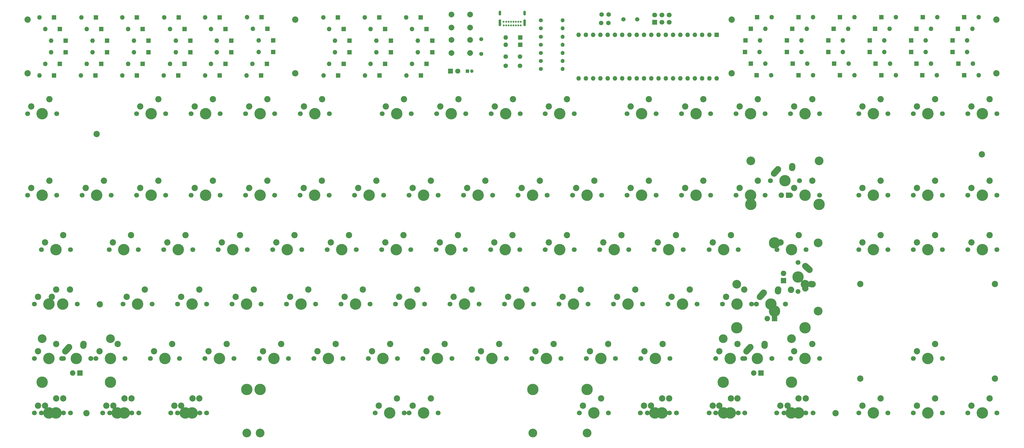
<source format=gbr>
%TF.GenerationSoftware,KiCad,Pcbnew,(5.1.8)-1*%
%TF.CreationDate,2020-12-24T11:03:39+01:00*%
%TF.ProjectId,Atenea,4174656e-6561-42e6-9b69-6361645f7063,1*%
%TF.SameCoordinates,Original*%
%TF.FileFunction,Soldermask,Bot*%
%TF.FilePolarity,Negative*%
%FSLAX46Y46*%
G04 Gerber Fmt 4.6, Leading zero omitted, Abs format (unit mm)*
G04 Created by KiCad (PCBNEW (5.1.8)-1) date 2020-12-24 11:03:39*
%MOMM*%
%LPD*%
G01*
G04 APERTURE LIST*
%ADD10C,3.987800*%
%ADD11C,3.048000*%
%ADD12C,2.250000*%
%ADD13C,1.701800*%
%ADD14C,1.905000*%
%ADD15R,1.905000X1.905000*%
%ADD16C,1.700000*%
%ADD17C,4.000000*%
%ADD18C,2.200000*%
%ADD19C,1.750000*%
%ADD20C,0.650000*%
%ADD21O,0.900000X2.400000*%
%ADD22O,0.900000X1.700000*%
%ADD23C,1.400000*%
%ADD24O,1.400000X1.400000*%
%ADD25C,1.800000*%
%ADD26R,1.800000X1.800000*%
%ADD27O,1.600000X1.600000*%
%ADD28R,1.600000X1.600000*%
%ADD29C,1.500000*%
%ADD30C,2.000000*%
%ADD31R,1.700000X1.700000*%
%ADD32C,1.600000*%
%ADD33C,1.200000*%
%ADD34R,1.200000X1.200000*%
G04 APERTURE END LIST*
D10*
%TO.C,ENTERISO1*%
X364617000Y-204597000D03*
X364617000Y-228473000D03*
D11*
X379857000Y-204597000D03*
X379857000Y-228473000D03*
D12*
X370372000Y-221035000D03*
X375372000Y-220535000D03*
D13*
X372872000Y-221615000D03*
X372872000Y-211455000D03*
D14*
X367792000Y-215265000D03*
D15*
X367792000Y-217805000D03*
D12*
X376872000Y-214035000D03*
D10*
X372872000Y-216535000D03*
G36*
G01*
X374574650Y-211973688D02*
X374574650Y-211973688D01*
G75*
G02*
X376163312Y-211887650I837350J-751312D01*
G01*
X377623320Y-213197640D01*
G75*
G02*
X377709358Y-214786302I-751312J-837350D01*
G01*
X377709358Y-214786302D01*
G75*
G02*
X376120696Y-214872340I-837350J751312D01*
G01*
X374660688Y-213562350D01*
G75*
G02*
X374574650Y-211973688I751312J837350D01*
G01*
G37*
D12*
X377952000Y-219075000D03*
G36*
G01*
X376249740Y-218956524D02*
X376249666Y-218957601D01*
G75*
G02*
X377449399Y-217912666I1122334J-77399D01*
G01*
X378029399Y-217952664D01*
G75*
G02*
X379074334Y-219152397I-77399J-1122334D01*
G01*
X379074334Y-219152397D01*
G75*
G02*
X377874601Y-220197332I-1122334J77399D01*
G01*
X377294601Y-220157334D01*
G75*
G02*
X376249666Y-218957601I77399J1122334D01*
G01*
G37*
%TD*%
D16*
%TO.C,ALTGRALT1*%
X327914000Y-264160000D03*
X317754000Y-264160000D03*
D17*
X322834000Y-264160000D03*
D18*
X319024000Y-261620000D03*
X325374000Y-259080000D03*
%TD*%
D16*
%TO.C,SCROLL1*%
X423291000Y-159385000D03*
X413131000Y-159385000D03*
D17*
X418211000Y-159385000D03*
D18*
X414401000Y-156845000D03*
X420751000Y-154305000D03*
%TD*%
D10*
%TO.C,SHIFTALT1*%
X370586000Y-253365000D03*
X346710000Y-253365000D03*
D11*
X370586000Y-238125000D03*
X346710000Y-238125000D03*
D19*
X363728000Y-245110000D03*
X353568000Y-245110000D03*
D15*
X359918000Y-250190000D03*
D14*
X357378000Y-250190000D03*
D12*
X356148000Y-241110000D03*
D10*
X358648000Y-245110000D03*
G36*
G01*
X354086688Y-243407350D02*
X354086683Y-243407345D01*
G75*
G02*
X354000655Y-241818683I751317J837345D01*
G01*
X355310657Y-240358683D01*
G75*
G02*
X356899319Y-240272655I837345J-751317D01*
G01*
X356899319Y-240272655D01*
G75*
G02*
X356985347Y-241861317I-751317J-837345D01*
G01*
X355675345Y-243321317D01*
G75*
G02*
X354086683Y-243407345I-837345J751317D01*
G01*
G37*
D12*
X361188000Y-240030000D03*
G36*
G01*
X361071483Y-241732395D02*
X361070597Y-241732334D01*
G75*
G02*
X360025666Y-240532597I77403J1122334D01*
G01*
X360065666Y-239952597D01*
G75*
G02*
X361265403Y-238907666I1122334J-77403D01*
G01*
X361265403Y-238907666D01*
G75*
G02*
X362310334Y-240107403I-77403J-1122334D01*
G01*
X362270334Y-240687403D01*
G75*
G02*
X361070597Y-241732334I-1122334J77403D01*
G01*
G37*
%TD*%
D10*
%TO.C,LONGSHIFT1*%
X132461000Y-253365000D03*
X108585000Y-253365000D03*
D11*
X132461000Y-238125000D03*
X108585000Y-238125000D03*
D19*
X125603000Y-245110000D03*
X115443000Y-245110000D03*
D15*
X121793000Y-250190000D03*
D14*
X119253000Y-250190000D03*
D12*
X118023000Y-241110000D03*
D10*
X120523000Y-245110000D03*
G36*
G01*
X115961688Y-243407350D02*
X115961683Y-243407345D01*
G75*
G02*
X115875655Y-241818683I751317J837345D01*
G01*
X117185657Y-240358683D01*
G75*
G02*
X118774319Y-240272655I837345J-751317D01*
G01*
X118774319Y-240272655D01*
G75*
G02*
X118860347Y-241861317I-751317J-837345D01*
G01*
X117550345Y-243321317D01*
G75*
G02*
X115961683Y-243407345I-837345J751317D01*
G01*
G37*
D12*
X123063000Y-240030000D03*
G36*
G01*
X122946483Y-241732395D02*
X122945597Y-241732334D01*
G75*
G02*
X121900666Y-240532597I77403J1122334D01*
G01*
X121940666Y-239952597D01*
G75*
G02*
X123140403Y-238907666I1122334J-77403D01*
G01*
X123140403Y-238907666D01*
G75*
G02*
X124185334Y-240107403I-77403J-1122334D01*
G01*
X124145334Y-240687403D01*
G75*
G02*
X122945597Y-241732334I-1122334J77403D01*
G01*
G37*
%TD*%
D10*
%TO.C,ENTERANSI1*%
X375285000Y-234315000D03*
X351409000Y-234315000D03*
D11*
X375285000Y-219075000D03*
X351409000Y-219075000D03*
D19*
X368427000Y-226060000D03*
X358267000Y-226060000D03*
D15*
X364617000Y-231140000D03*
D14*
X362077000Y-231140000D03*
D12*
X360847000Y-222060000D03*
D10*
X363347000Y-226060000D03*
G36*
G01*
X358785688Y-224357350D02*
X358785683Y-224357345D01*
G75*
G02*
X358699655Y-222768683I751317J837345D01*
G01*
X360009657Y-221308683D01*
G75*
G02*
X361598319Y-221222655I837345J-751317D01*
G01*
X361598319Y-221222655D01*
G75*
G02*
X361684347Y-222811317I-751317J-837345D01*
G01*
X360374345Y-224271317D01*
G75*
G02*
X358785683Y-224357345I-837345J751317D01*
G01*
G37*
D12*
X365887000Y-220980000D03*
G36*
G01*
X365770483Y-222682395D02*
X365769597Y-222682334D01*
G75*
G02*
X364724666Y-221482597I77403J1122334D01*
G01*
X364764666Y-220902597D01*
G75*
G02*
X365964403Y-219857666I1122334J-77403D01*
G01*
X365964403Y-219857666D01*
G75*
G02*
X367009334Y-221057403I-77403J-1122334D01*
G01*
X366969334Y-221637403D01*
G75*
G02*
X365769597Y-222682334I-1122334J77403D01*
G01*
G37*
%TD*%
D10*
%TO.C,BACKSPACE1*%
X380238000Y-191135000D03*
X356362000Y-191135000D03*
D11*
X380238000Y-175895000D03*
X356362000Y-175895000D03*
D19*
X373380000Y-182880000D03*
X363220000Y-182880000D03*
D15*
X369570000Y-187960000D03*
D14*
X367030000Y-187960000D03*
D12*
X365800000Y-178880000D03*
D10*
X368300000Y-182880000D03*
G36*
G01*
X363738688Y-181177350D02*
X363738683Y-181177345D01*
G75*
G02*
X363652655Y-179588683I751317J837345D01*
G01*
X364962657Y-178128683D01*
G75*
G02*
X366551319Y-178042655I837345J-751317D01*
G01*
X366551319Y-178042655D01*
G75*
G02*
X366637347Y-179631317I-751317J-837345D01*
G01*
X365327345Y-181091317D01*
G75*
G02*
X363738683Y-181177345I-837345J751317D01*
G01*
G37*
D12*
X370840000Y-177800000D03*
G36*
G01*
X370723483Y-179502395D02*
X370722597Y-179502334D01*
G75*
G02*
X369677666Y-178302597I77403J1122334D01*
G01*
X369717666Y-177722597D01*
G75*
G02*
X370917403Y-176677666I1122334J-77403D01*
G01*
X370917403Y-176677666D01*
G75*
G02*
X371962334Y-177877403I-77403J-1122334D01*
G01*
X371922334Y-178457403D01*
G75*
G02*
X370722597Y-179502334I-1122334J77403D01*
G01*
G37*
%TD*%
D20*
%TO.C,USB1*%
X274198000Y-128528000D03*
X275898000Y-128528000D03*
X275048000Y-128528000D03*
X273348000Y-128528000D03*
X272498000Y-128528000D03*
X271648000Y-128528000D03*
X270798000Y-128528000D03*
X269948000Y-128528000D03*
X275898000Y-127203000D03*
X275043000Y-127203000D03*
X274193000Y-127203000D03*
X273343000Y-127203000D03*
X272493000Y-127203000D03*
X271643000Y-127203000D03*
X270793000Y-127203000D03*
X269943000Y-127203000D03*
D21*
X277248000Y-127548000D03*
X268598000Y-127548000D03*
D22*
X277248000Y-124168000D03*
X268598000Y-124168000D03*
%TD*%
D10*
%TO.C,ST62*%
X299085000Y-255905000D03*
X184785000Y-255905000D03*
D11*
X299085000Y-271145000D03*
X184785000Y-271145000D03*
%TD*%
D10*
%TO.C,ST62*%
X280123900Y-255905000D03*
X180124100Y-255905000D03*
D11*
X280123900Y-271145000D03*
X180124100Y-271145000D03*
%TD*%
D18*
%TO.C,H2*%
X128770479Y-226074773D03*
%TD*%
%TO.C,H2*%
X124071479Y-264174773D03*
%TD*%
%TO.C,H2*%
X394581479Y-218962773D03*
%TD*%
%TO.C,H2*%
X385945479Y-264174773D03*
%TD*%
%TO.C,H2*%
X394581479Y-252109773D03*
%TD*%
%TO.C,H2*%
X441698479Y-252109773D03*
%TD*%
%TO.C,H2*%
X441698479Y-218962773D03*
%TD*%
%TO.C,H2*%
X437126479Y-173623773D03*
%TD*%
%TO.C,H2*%
X127635000Y-166497000D03*
%TD*%
%TO.C,H2*%
X442214000Y-145288000D03*
%TD*%
%TO.C,H2*%
X442214000Y-126492000D03*
%TD*%
%TO.C,H2*%
X349631000Y-145288000D03*
%TD*%
%TO.C,H2*%
X349631000Y-126492000D03*
%TD*%
%TO.C,H2*%
X197104000Y-145288000D03*
%TD*%
%TO.C,H2*%
X197104000Y-126492000D03*
%TD*%
%TO.C,H2*%
X103505000Y-145288000D03*
%TD*%
%TO.C,H2*%
X103505000Y-126492000D03*
%TD*%
D23*
%TO.C,R8*%
X282956000Y-126746000D03*
D24*
X290576000Y-126746000D03*
%TD*%
D25*
%TO.C,LED1*%
X253873000Y-144526000D03*
D26*
X251333000Y-144526000D03*
%TD*%
D27*
%TO.C,D93*%
X270637000Y-135255000D03*
D28*
X275717000Y-135255000D03*
%TD*%
D27*
%TO.C,D92*%
X270637000Y-132715000D03*
D28*
X275717000Y-132715000D03*
%TD*%
D27*
%TO.C,D91*%
X435991000Y-145923000D03*
D28*
X430911000Y-145923000D03*
%TD*%
D27*
%TO.C,D90*%
X433959000Y-141859000D03*
D28*
X428879000Y-141859000D03*
%TD*%
D27*
%TO.C,D89*%
X417449000Y-137795000D03*
D28*
X412369000Y-137795000D03*
%TD*%
D27*
%TO.C,D88*%
X405003000Y-141859000D03*
D28*
X399923000Y-141859000D03*
%TD*%
D27*
%TO.C,D87*%
X392557000Y-145923000D03*
D28*
X387477000Y-145923000D03*
%TD*%
D27*
%TO.C,D86*%
X378079000Y-145923000D03*
D28*
X372999000Y-145923000D03*
%TD*%
D27*
%TO.C,D85*%
X363474000Y-145923000D03*
D28*
X358394000Y-145923000D03*
%TD*%
D27*
%TO.C,D84*%
X207010000Y-146050000D03*
D28*
X212090000Y-146050000D03*
%TD*%
D27*
%TO.C,D83*%
X136652000Y-146050000D03*
D28*
X141732000Y-146050000D03*
%TD*%
D27*
%TO.C,D82*%
X122174000Y-146050000D03*
D28*
X127254000Y-146050000D03*
%TD*%
D27*
%TO.C,D81*%
X107696000Y-146050000D03*
D28*
X112776000Y-146050000D03*
%TD*%
D27*
%TO.C,D80*%
X431927000Y-137795000D03*
D28*
X426847000Y-137795000D03*
%TD*%
D27*
%TO.C,D79*%
X402971000Y-137795000D03*
D28*
X397891000Y-137795000D03*
%TD*%
D27*
%TO.C,D78*%
X390525000Y-141859000D03*
D28*
X385445000Y-141859000D03*
%TD*%
D27*
%TO.C,D77*%
X376047000Y-141859000D03*
D28*
X370967000Y-141859000D03*
%TD*%
D27*
%TO.C,D76*%
X361442000Y-141859000D03*
D28*
X356362000Y-141859000D03*
%TD*%
D27*
%TO.C,D75*%
X235966000Y-146050000D03*
D28*
X241046000Y-146050000D03*
%TD*%
D27*
%TO.C,D74*%
X237871000Y-141986000D03*
D28*
X242951000Y-141986000D03*
%TD*%
D27*
%TO.C,D73*%
X223393000Y-141986000D03*
D28*
X228473000Y-141986000D03*
%TD*%
D27*
%TO.C,D72*%
X208915000Y-141986000D03*
D28*
X213995000Y-141986000D03*
%TD*%
D27*
%TO.C,D71*%
X182118000Y-141986000D03*
D28*
X187198000Y-141986000D03*
%TD*%
D27*
%TO.C,D70*%
X167640000Y-141986000D03*
D28*
X172720000Y-141986000D03*
%TD*%
D27*
%TO.C,D69*%
X153289000Y-141986000D03*
D28*
X158369000Y-141986000D03*
%TD*%
D27*
%TO.C,D68*%
X138684000Y-141986000D03*
D28*
X143764000Y-141986000D03*
%TD*%
D27*
%TO.C,D67*%
X124206000Y-141986000D03*
D28*
X129286000Y-141986000D03*
%TD*%
D27*
%TO.C,D66*%
X109728000Y-141986000D03*
D28*
X114808000Y-141986000D03*
%TD*%
D27*
%TO.C,D65*%
X388493000Y-137795000D03*
D28*
X383413000Y-137795000D03*
%TD*%
D27*
%TO.C,D64*%
X374015000Y-137795000D03*
D28*
X368935000Y-137795000D03*
%TD*%
D27*
%TO.C,D63*%
X359410000Y-137795000D03*
D28*
X354330000Y-137795000D03*
%TD*%
D27*
%TO.C,D62*%
X221488000Y-146050000D03*
D28*
X226568000Y-146050000D03*
%TD*%
D27*
%TO.C,D61*%
X239903000Y-137922000D03*
D28*
X244983000Y-137922000D03*
%TD*%
D27*
%TO.C,D60*%
X225425000Y-137922000D03*
D28*
X230505000Y-137922000D03*
%TD*%
D27*
%TO.C,D59*%
X210947000Y-137922000D03*
D28*
X216027000Y-137922000D03*
%TD*%
D27*
%TO.C,D58*%
X184277000Y-137795000D03*
D28*
X189357000Y-137795000D03*
%TD*%
D27*
%TO.C,D57*%
X169672000Y-137922000D03*
D28*
X174752000Y-137922000D03*
%TD*%
D27*
%TO.C,D56*%
X155321000Y-137922000D03*
D28*
X160401000Y-137922000D03*
%TD*%
D27*
%TO.C,D55*%
X140716000Y-137922000D03*
D28*
X145796000Y-137922000D03*
%TD*%
D27*
%TO.C,D54*%
X126238000Y-137922000D03*
D28*
X131318000Y-137922000D03*
%TD*%
D27*
%TO.C,D53*%
X111760000Y-137922000D03*
D28*
X116840000Y-137922000D03*
%TD*%
D27*
%TO.C,D51*%
X421386000Y-145923000D03*
D28*
X416306000Y-145923000D03*
%TD*%
D27*
%TO.C,D50*%
X431927000Y-133731000D03*
D28*
X426847000Y-133731000D03*
%TD*%
D27*
%TO.C,D49*%
X417449000Y-133731000D03*
D28*
X412369000Y-133731000D03*
%TD*%
D27*
%TO.C,D48*%
X402971000Y-133731000D03*
D28*
X397891000Y-133731000D03*
%TD*%
D27*
%TO.C,D47*%
X388493000Y-133731000D03*
D28*
X383413000Y-133731000D03*
%TD*%
D27*
%TO.C,D46*%
X374015000Y-133731000D03*
D28*
X368935000Y-133731000D03*
%TD*%
D27*
%TO.C,D45*%
X359537000Y-133731000D03*
D28*
X354457000Y-133731000D03*
%TD*%
D27*
%TO.C,D44*%
X180086000Y-146050000D03*
D28*
X185166000Y-146050000D03*
%TD*%
D27*
%TO.C,D43*%
X239903000Y-133858000D03*
D28*
X244983000Y-133858000D03*
%TD*%
D27*
%TO.C,D42*%
X225425000Y-133858000D03*
D28*
X230505000Y-133858000D03*
%TD*%
D27*
%TO.C,D41*%
X210947000Y-133858000D03*
D28*
X216027000Y-133858000D03*
%TD*%
D27*
%TO.C,D40*%
X184277000Y-133731000D03*
D28*
X189357000Y-133731000D03*
%TD*%
D27*
%TO.C,D39*%
X169672000Y-133858000D03*
D28*
X174752000Y-133858000D03*
%TD*%
D27*
%TO.C,D38*%
X155321000Y-133858000D03*
D28*
X160401000Y-133858000D03*
%TD*%
D27*
%TO.C,D37*%
X140716000Y-133858000D03*
D28*
X145796000Y-133858000D03*
%TD*%
D27*
%TO.C,D36*%
X126238000Y-133858000D03*
D28*
X131318000Y-133858000D03*
%TD*%
D27*
%TO.C,D35*%
X111760000Y-133858000D03*
D28*
X116840000Y-133858000D03*
%TD*%
D27*
%TO.C,D34*%
X419354000Y-141859000D03*
D28*
X414274000Y-141859000D03*
%TD*%
%TO.C,D33*%
X428752000Y-129667000D03*
D27*
X433832000Y-129667000D03*
%TD*%
%TO.C,D32*%
X419354000Y-129667000D03*
D28*
X414274000Y-129667000D03*
%TD*%
D27*
%TO.C,D31*%
X404876000Y-129667000D03*
D28*
X399796000Y-129667000D03*
%TD*%
D27*
%TO.C,D30*%
X390398000Y-129667000D03*
D28*
X385318000Y-129667000D03*
%TD*%
D27*
%TO.C,D29*%
X375920000Y-129667000D03*
D28*
X370840000Y-129667000D03*
%TD*%
D27*
%TO.C,D28*%
X361442000Y-129667000D03*
D28*
X356362000Y-129667000D03*
%TD*%
D27*
%TO.C,D27*%
X165608000Y-146050000D03*
D28*
X170688000Y-146050000D03*
%TD*%
D27*
%TO.C,D26*%
X237871000Y-129794000D03*
D28*
X242951000Y-129794000D03*
%TD*%
D27*
%TO.C,D25*%
X223393000Y-129794000D03*
D28*
X228473000Y-129794000D03*
%TD*%
D27*
%TO.C,D24*%
X208915000Y-129794000D03*
D28*
X213995000Y-129794000D03*
%TD*%
D27*
%TO.C,D23*%
X182245000Y-129667000D03*
D28*
X187325000Y-129667000D03*
%TD*%
D27*
%TO.C,D22*%
X167640000Y-129794000D03*
D28*
X172720000Y-129794000D03*
%TD*%
D27*
%TO.C,D21*%
X153289000Y-129794000D03*
D28*
X158369000Y-129794000D03*
%TD*%
D27*
%TO.C,D20*%
X138684000Y-129794000D03*
D28*
X143764000Y-129794000D03*
%TD*%
D27*
%TO.C,D19*%
X124206000Y-129794000D03*
D28*
X129286000Y-129794000D03*
%TD*%
D27*
%TO.C,D18*%
X109728000Y-129794000D03*
D28*
X114808000Y-129794000D03*
%TD*%
D27*
%TO.C,D17*%
X407035000Y-145923000D03*
D28*
X401955000Y-145923000D03*
%TD*%
D27*
%TO.C,D16*%
X435991000Y-125603000D03*
D28*
X430911000Y-125603000D03*
%TD*%
D27*
%TO.C,D15*%
X421513000Y-125603000D03*
D28*
X416433000Y-125603000D03*
%TD*%
D27*
%TO.C,D14*%
X407035000Y-125603000D03*
D28*
X401955000Y-125603000D03*
%TD*%
D27*
%TO.C,D13*%
X392557000Y-125603000D03*
D28*
X387477000Y-125603000D03*
%TD*%
D27*
%TO.C,D12*%
X378079000Y-125603000D03*
D28*
X372999000Y-125603000D03*
%TD*%
D27*
%TO.C,D11*%
X363601000Y-125603000D03*
D28*
X358521000Y-125603000D03*
%TD*%
D27*
%TO.C,D10*%
X151130000Y-146050000D03*
D28*
X156210000Y-146050000D03*
%TD*%
D27*
%TO.C,D9*%
X235839000Y-125730000D03*
D28*
X240919000Y-125730000D03*
%TD*%
D27*
%TO.C,D8*%
X221361000Y-125730000D03*
D28*
X226441000Y-125730000D03*
%TD*%
D27*
%TO.C,D7*%
X206883000Y-125730000D03*
D28*
X211963000Y-125730000D03*
%TD*%
D27*
%TO.C,D6*%
X180213000Y-125603000D03*
D28*
X185293000Y-125603000D03*
%TD*%
D27*
%TO.C,D5*%
X165608000Y-125730000D03*
D28*
X170688000Y-125730000D03*
%TD*%
D27*
%TO.C,D4*%
X151257000Y-125730000D03*
D28*
X156337000Y-125730000D03*
%TD*%
D27*
%TO.C,D3*%
X136652000Y-125730000D03*
D28*
X141732000Y-125730000D03*
%TD*%
D27*
%TO.C,D2*%
X122301000Y-125730000D03*
D28*
X127381000Y-125730000D03*
%TD*%
D27*
%TO.C,D1*%
X107696000Y-125730000D03*
D28*
X112776000Y-125730000D03*
%TD*%
D29*
%TO.C,Y1*%
X311785000Y-126365000D03*
X316665000Y-126365000D03*
%TD*%
D30*
%TO.C,SW1*%
X258214000Y-124714000D03*
X258214000Y-129214000D03*
X251714000Y-124714000D03*
X251714000Y-129214000D03*
%TD*%
%TO.C,SW2*%
X258214000Y-133604000D03*
X258214000Y-138104000D03*
X251714000Y-133604000D03*
X251714000Y-138104000D03*
%TD*%
D23*
%TO.C,F14*%
X262128000Y-133340000D03*
X262128000Y-138440000D03*
%TD*%
D31*
%TO.C,J2*%
X322707000Y-127381000D03*
D16*
X322707000Y-124841000D03*
X325247000Y-127381000D03*
X325247000Y-124841000D03*
X327787000Y-127381000D03*
X327787000Y-124841000D03*
%TD*%
D23*
%TO.C,R2*%
X282956000Y-138176000D03*
D24*
X290576000Y-138176000D03*
%TD*%
D23*
%TO.C,R3*%
X282956000Y-132461000D03*
D24*
X290576000Y-132461000D03*
%TD*%
D23*
%TO.C,R4*%
X282956000Y-129540000D03*
D24*
X290576000Y-129540000D03*
%TD*%
D23*
%TO.C,R5*%
X282956000Y-140970000D03*
D24*
X290576000Y-140970000D03*
%TD*%
D23*
%TO.C,R6*%
X282956000Y-135255000D03*
D24*
X290576000Y-135255000D03*
%TD*%
D23*
%TO.C,R7*%
X282956000Y-143764000D03*
D24*
X290576000Y-143764000D03*
%TD*%
D32*
%TO.C,C1*%
X306538000Y-127635000D03*
X304038000Y-127635000D03*
%TD*%
D33*
%TO.C,C3*%
X258802000Y-144526000D03*
D34*
X257302000Y-144526000D03*
%TD*%
D32*
%TO.C,C5*%
X275637000Y-139446000D03*
X270637000Y-139446000D03*
%TD*%
%TO.C,C4*%
X275637000Y-142621000D03*
X270637000Y-142621000D03*
%TD*%
%TO.C,C2*%
X306665000Y-124714000D03*
X304165000Y-124714000D03*
%TD*%
D16*
%TO.C,hash1*%
X356616000Y-226060000D03*
X346456000Y-226060000D03*
D17*
X351536000Y-226060000D03*
D18*
X347726000Y-223520000D03*
X354076000Y-220980000D03*
%TD*%
D16*
%TO.C,\u00AC\u00BA11*%
X113665000Y-187960000D03*
X103505000Y-187960000D03*
D17*
X108585000Y-187960000D03*
D18*
X104775000Y-185420000D03*
X111125000Y-182880000D03*
%TD*%
D16*
%TO.C,Z1*%
X156591000Y-245110000D03*
X146431000Y-245110000D03*
D17*
X151511000Y-245110000D03*
D18*
X147701000Y-242570000D03*
X154051000Y-240030000D03*
%TD*%
D16*
%TO.C,Y2*%
X237490000Y-207010000D03*
X227330000Y-207010000D03*
D17*
X232410000Y-207010000D03*
D18*
X228600000Y-204470000D03*
X234950000Y-201930000D03*
%TD*%
D16*
%TO.C,X1*%
X175641000Y-245110000D03*
X165481000Y-245110000D03*
D17*
X170561000Y-245110000D03*
D18*
X166751000Y-242570000D03*
X173101000Y-240030000D03*
%TD*%
D16*
%TO.C,WINALT1*%
X142367000Y-264160000D03*
X132207000Y-264160000D03*
D17*
X137287000Y-264160000D03*
D18*
X133477000Y-261620000D03*
X139827000Y-259080000D03*
%TD*%
D16*
%TO.C,WIN2*%
X330327000Y-264160000D03*
X320167000Y-264160000D03*
D17*
X325247000Y-264160000D03*
D18*
X321437000Y-261620000D03*
X327787000Y-259080000D03*
%TD*%
D16*
%TO.C,WIN1*%
X139954000Y-264160000D03*
X129794000Y-264160000D03*
D17*
X134874000Y-264160000D03*
D18*
X131064000Y-261620000D03*
X137414000Y-259080000D03*
%TD*%
D16*
%TO.C,W1*%
X161290000Y-207010000D03*
X151130000Y-207010000D03*
D17*
X156210000Y-207010000D03*
D18*
X152400000Y-204470000D03*
X158750000Y-201930000D03*
%TD*%
D16*
%TO.C,V1*%
X213741000Y-245110000D03*
X203581000Y-245110000D03*
D17*
X208661000Y-245110000D03*
D18*
X204851000Y-242570000D03*
X211201000Y-240030000D03*
%TD*%
D16*
%TO.C,U2*%
X256540000Y-207010000D03*
X246380000Y-207010000D03*
D17*
X251460000Y-207010000D03*
D18*
X247650000Y-204470000D03*
X254000000Y-201930000D03*
%TD*%
D28*
%TO.C,U1*%
X344424000Y-131826000D03*
D27*
X296164000Y-147066000D03*
X341884000Y-131826000D03*
X298704000Y-147066000D03*
X339344000Y-131826000D03*
X301244000Y-147066000D03*
X336804000Y-131826000D03*
X303784000Y-147066000D03*
X334264000Y-131826000D03*
X306324000Y-147066000D03*
X331724000Y-131826000D03*
X308864000Y-147066000D03*
X329184000Y-131826000D03*
X311404000Y-147066000D03*
X326644000Y-131826000D03*
X313944000Y-147066000D03*
X324104000Y-131826000D03*
X316484000Y-147066000D03*
X321564000Y-131826000D03*
X319024000Y-147066000D03*
X319024000Y-131826000D03*
X321564000Y-147066000D03*
X316484000Y-131826000D03*
X324104000Y-147066000D03*
X313944000Y-131826000D03*
X326644000Y-147066000D03*
X311404000Y-131826000D03*
X329184000Y-147066000D03*
X308864000Y-131826000D03*
X331724000Y-147066000D03*
X306324000Y-131826000D03*
X334264000Y-147066000D03*
X303784000Y-131826000D03*
X336804000Y-147066000D03*
X301244000Y-131826000D03*
X339344000Y-147066000D03*
X298704000Y-131826000D03*
X341884000Y-147066000D03*
X296164000Y-131826000D03*
X344424000Y-147066000D03*
%TD*%
D16*
%TO.C,TOP1*%
X423291000Y-245110000D03*
X413131000Y-245110000D03*
D17*
X418211000Y-245110000D03*
D18*
X414401000Y-242570000D03*
X420751000Y-240030000D03*
%TD*%
D16*
%TO.C,TAB1*%
X118491000Y-207010000D03*
X108331000Y-207010000D03*
D17*
X113411000Y-207010000D03*
D18*
X109601000Y-204470000D03*
X115951000Y-201930000D03*
%TD*%
D16*
%TO.C,T1*%
X218440000Y-207010000D03*
X208280000Y-207010000D03*
D17*
X213360000Y-207010000D03*
D18*
X209550000Y-204470000D03*
X215900000Y-201930000D03*
%TD*%
D16*
%TO.C,STEPPED1*%
X116078000Y-226060000D03*
X105918000Y-226060000D03*
D17*
X110998000Y-226060000D03*
D18*
X107188000Y-223520000D03*
X113538000Y-220980000D03*
%TD*%
D16*
%TO.C,SPACE7U1*%
X235204000Y-264160000D03*
X225044000Y-264160000D03*
D17*
X230124000Y-264160000D03*
D18*
X226314000Y-261620000D03*
X232664000Y-259080000D03*
%TD*%
D16*
%TO.C,SPACE1*%
X247015000Y-264160000D03*
X236855000Y-264160000D03*
D17*
X241935000Y-264160000D03*
D18*
X238125000Y-261620000D03*
X244475000Y-259080000D03*
%TD*%
D16*
%TO.C,SHIFT2*%
X354203000Y-245110000D03*
X344043000Y-245110000D03*
D17*
X349123000Y-245110000D03*
D18*
X345313000Y-242570000D03*
X351663000Y-240030000D03*
%TD*%
D16*
%TO.C,SHIFT1*%
X116078000Y-245110000D03*
X105918000Y-245110000D03*
D17*
X110998000Y-245110000D03*
D18*
X107188000Y-242570000D03*
X113538000Y-240030000D03*
%TD*%
D16*
%TO.C,S1*%
X166116000Y-226060000D03*
X155956000Y-226060000D03*
D17*
X161036000Y-226060000D03*
D18*
X157226000Y-223520000D03*
X163576000Y-220980000D03*
%TD*%
D16*
%TO.C,RIGJT1*%
X442341000Y-264160000D03*
X432181000Y-264160000D03*
D17*
X437261000Y-264160000D03*
D18*
X433451000Y-261620000D03*
X439801000Y-259080000D03*
%TD*%
D16*
%TO.C,RCTRLALT1*%
X375539000Y-264160000D03*
X365379000Y-264160000D03*
D17*
X370459000Y-264160000D03*
D18*
X366649000Y-261620000D03*
X372999000Y-259080000D03*
%TD*%
D16*
%TO.C,RCTRL1*%
X378079000Y-264160000D03*
X367919000Y-264160000D03*
D17*
X372999000Y-264160000D03*
D18*
X369189000Y-261620000D03*
X375539000Y-259080000D03*
%TD*%
D16*
%TO.C,R1*%
X199390000Y-207010000D03*
X189230000Y-207010000D03*
D17*
X194310000Y-207010000D03*
D18*
X190500000Y-204470000D03*
X196850000Y-201930000D03*
%TD*%
D16*
%TO.C,Q1*%
X142240000Y-207010000D03*
X132080000Y-207010000D03*
D17*
X137160000Y-207010000D03*
D18*
X133350000Y-204470000D03*
X139700000Y-201930000D03*
%TD*%
D16*
%TO.C,PRTSC1*%
X404241000Y-159385000D03*
X394081000Y-159385000D03*
D17*
X399161000Y-159385000D03*
D18*
X395351000Y-156845000D03*
X401701000Y-154305000D03*
%TD*%
D16*
%TO.C,PGDN1*%
X442341000Y-207010000D03*
X432181000Y-207010000D03*
D17*
X437261000Y-207010000D03*
D18*
X433451000Y-204470000D03*
X439801000Y-201930000D03*
%TD*%
D16*
%TO.C,PAUSE1*%
X442341000Y-159385000D03*
X432181000Y-159385000D03*
D17*
X437261000Y-159385000D03*
D18*
X433451000Y-156845000D03*
X439801000Y-154305000D03*
%TD*%
D16*
%TO.C,PAGEUP1*%
X442341000Y-187960000D03*
X432181000Y-187960000D03*
D17*
X437261000Y-187960000D03*
D18*
X433451000Y-185420000D03*
X439801000Y-182880000D03*
%TD*%
D16*
%TO.C,P1*%
X313690000Y-207010000D03*
X303530000Y-207010000D03*
D17*
X308610000Y-207010000D03*
D18*
X304800000Y-204470000D03*
X311150000Y-201930000D03*
%TD*%
D16*
%TO.C,O1*%
X294640000Y-207010000D03*
X284480000Y-207010000D03*
D17*
X289560000Y-207010000D03*
D18*
X285750000Y-204470000D03*
X292100000Y-201930000D03*
%TD*%
D16*
%TO.C,NUM9*%
X285115000Y-187960000D03*
X274955000Y-187960000D03*
D17*
X280035000Y-187960000D03*
D18*
X276225000Y-185420000D03*
X282575000Y-182880000D03*
%TD*%
D16*
%TO.C,NUM8*%
X266065000Y-187960000D03*
X255905000Y-187960000D03*
D17*
X260985000Y-187960000D03*
D18*
X257175000Y-185420000D03*
X263525000Y-182880000D03*
%TD*%
D16*
%TO.C,NUM7*%
X247015000Y-187960000D03*
X236855000Y-187960000D03*
D17*
X241935000Y-187960000D03*
D18*
X238125000Y-185420000D03*
X244475000Y-182880000D03*
%TD*%
D16*
%TO.C,NUM6*%
X227965000Y-187960000D03*
X217805000Y-187960000D03*
D17*
X222885000Y-187960000D03*
D18*
X219075000Y-185420000D03*
X225425000Y-182880000D03*
%TD*%
D16*
%TO.C,NUM5*%
X208915000Y-187960000D03*
X198755000Y-187960000D03*
D17*
X203835000Y-187960000D03*
D18*
X200025000Y-185420000D03*
X206375000Y-182880000D03*
%TD*%
D16*
%TO.C,NUM4*%
X189865000Y-187960000D03*
X179705000Y-187960000D03*
D17*
X184785000Y-187960000D03*
D18*
X180975000Y-185420000D03*
X187325000Y-182880000D03*
%TD*%
D16*
%TO.C,NUM3*%
X170815000Y-187960000D03*
X160655000Y-187960000D03*
D17*
X165735000Y-187960000D03*
D18*
X161925000Y-185420000D03*
X168275000Y-182880000D03*
%TD*%
D16*
%TO.C,NUM2*%
X151765000Y-187960000D03*
X141605000Y-187960000D03*
D17*
X146685000Y-187960000D03*
D18*
X142875000Y-185420000D03*
X149225000Y-182880000D03*
%TD*%
D16*
%TO.C,NUM1*%
X132715000Y-187960000D03*
X122555000Y-187960000D03*
D17*
X127635000Y-187960000D03*
D18*
X123825000Y-185420000D03*
X130175000Y-182880000D03*
%TD*%
D16*
%TO.C,NUM0*%
X304165000Y-187960000D03*
X294005000Y-187960000D03*
D17*
X299085000Y-187960000D03*
D18*
X295275000Y-185420000D03*
X301625000Y-182880000D03*
%TD*%
D16*
%TO.C,N1*%
X251841000Y-245110000D03*
X241681000Y-245110000D03*
D17*
X246761000Y-245110000D03*
D18*
X242951000Y-242570000D03*
X249301000Y-240030000D03*
%TD*%
D16*
%TO.C,MENUALT1*%
X351917000Y-264160000D03*
X341757000Y-264160000D03*
D17*
X346837000Y-264160000D03*
D18*
X343027000Y-261620000D03*
X349377000Y-259080000D03*
%TD*%
D16*
%TO.C,MENU1*%
X354203000Y-264160000D03*
X344043000Y-264160000D03*
D17*
X349123000Y-264160000D03*
D18*
X345313000Y-261620000D03*
X351663000Y-259080000D03*
%TD*%
D16*
%TO.C,M1*%
X270891000Y-245110000D03*
X260731000Y-245110000D03*
D17*
X265811000Y-245110000D03*
D18*
X262001000Y-242570000D03*
X268351000Y-240030000D03*
%TD*%
D16*
%TO.C,LEFT1*%
X404241000Y-264160000D03*
X394081000Y-264160000D03*
D17*
X399161000Y-264160000D03*
D18*
X395351000Y-261620000D03*
X401701000Y-259080000D03*
%TD*%
D16*
%TO.C,LCTRLALT1*%
X116078000Y-264160000D03*
X105918000Y-264160000D03*
D17*
X110998000Y-264160000D03*
D18*
X107188000Y-261620000D03*
X113538000Y-259080000D03*
%TD*%
D16*
%TO.C,L1*%
X299466000Y-226060000D03*
X289306000Y-226060000D03*
D17*
X294386000Y-226060000D03*
D18*
X290576000Y-223520000D03*
X296926000Y-220980000D03*
%TD*%
D16*
%TO.C,K1*%
X280416000Y-226060000D03*
X270256000Y-226060000D03*
D17*
X275336000Y-226060000D03*
D18*
X271526000Y-223520000D03*
X277876000Y-220980000D03*
%TD*%
D16*
%TO.C,J1*%
X261366000Y-226060000D03*
X251206000Y-226060000D03*
D17*
X256286000Y-226060000D03*
D18*
X252476000Y-223520000D03*
X258826000Y-220980000D03*
%TD*%
D16*
%TO.C,INSERT1*%
X404241000Y-187960000D03*
X394081000Y-187960000D03*
D17*
X399161000Y-187960000D03*
D18*
X395351000Y-185420000D03*
X401701000Y-182880000D03*
%TD*%
D16*
%TO.C,I1*%
X275590000Y-207010000D03*
X265430000Y-207010000D03*
D17*
X270510000Y-207010000D03*
D18*
X266700000Y-204470000D03*
X273050000Y-201930000D03*
%TD*%
D16*
%TO.C,HOME1*%
X423291000Y-187960000D03*
X413131000Y-187960000D03*
D17*
X418211000Y-187960000D03*
D18*
X414401000Y-185420000D03*
X420751000Y-182880000D03*
%TD*%
D16*
%TO.C,H1*%
X242316000Y-226060000D03*
X232156000Y-226060000D03*
D17*
X237236000Y-226060000D03*
D18*
X233426000Y-223520000D03*
X239776000Y-220980000D03*
%TD*%
D16*
%TO.C,G1*%
X223266000Y-226060000D03*
X213106000Y-226060000D03*
D17*
X218186000Y-226060000D03*
D18*
X214376000Y-223520000D03*
X220726000Y-220980000D03*
%TD*%
D16*
%TO.C,FN1*%
X380365000Y-245110000D03*
X370205000Y-245110000D03*
D17*
X375285000Y-245110000D03*
D18*
X371475000Y-242570000D03*
X377825000Y-240030000D03*
%TD*%
D16*
%TO.C,F13*%
X204216000Y-226060000D03*
X194056000Y-226060000D03*
D17*
X199136000Y-226060000D03*
D18*
X195326000Y-223520000D03*
X201676000Y-220980000D03*
%TD*%
D16*
%TO.C,F12*%
X380365000Y-159385000D03*
X370205000Y-159385000D03*
D17*
X375285000Y-159385000D03*
D18*
X371475000Y-156845000D03*
X377825000Y-154305000D03*
%TD*%
D16*
%TO.C,F11*%
X361315000Y-159385000D03*
X351155000Y-159385000D03*
D17*
X356235000Y-159385000D03*
D18*
X352425000Y-156845000D03*
X358775000Y-154305000D03*
%TD*%
D16*
%TO.C,F10*%
X342265000Y-159385000D03*
X332105000Y-159385000D03*
D17*
X337185000Y-159385000D03*
D18*
X333375000Y-156845000D03*
X339725000Y-154305000D03*
%TD*%
D16*
%TO.C,F9*%
X323215000Y-159385000D03*
X313055000Y-159385000D03*
D17*
X318135000Y-159385000D03*
D18*
X314325000Y-156845000D03*
X320675000Y-154305000D03*
%TD*%
D16*
%TO.C,F8*%
X294640000Y-159385000D03*
X284480000Y-159385000D03*
D17*
X289560000Y-159385000D03*
D18*
X285750000Y-156845000D03*
X292100000Y-154305000D03*
%TD*%
D16*
%TO.C,F7*%
X275717000Y-159385000D03*
X265557000Y-159385000D03*
D17*
X270637000Y-159385000D03*
D18*
X266827000Y-156845000D03*
X273177000Y-154305000D03*
%TD*%
D16*
%TO.C,F6*%
X256667000Y-159385000D03*
X246507000Y-159385000D03*
D17*
X251587000Y-159385000D03*
D18*
X247777000Y-156845000D03*
X254127000Y-154305000D03*
%TD*%
D16*
%TO.C,F5*%
X237617000Y-159385000D03*
X227457000Y-159385000D03*
D17*
X232537000Y-159385000D03*
D18*
X228727000Y-156845000D03*
X235077000Y-154305000D03*
%TD*%
D16*
%TO.C,F4*%
X209042000Y-159385000D03*
X198882000Y-159385000D03*
D17*
X203962000Y-159385000D03*
D18*
X200152000Y-156845000D03*
X206502000Y-154305000D03*
%TD*%
D16*
%TO.C,F3*%
X189865000Y-159385000D03*
X179705000Y-159385000D03*
D17*
X184785000Y-159385000D03*
D18*
X180975000Y-156845000D03*
X187325000Y-154305000D03*
%TD*%
D16*
%TO.C,F2*%
X170815000Y-159385000D03*
X160655000Y-159385000D03*
D17*
X165735000Y-159385000D03*
D18*
X161925000Y-156845000D03*
X168275000Y-154305000D03*
%TD*%
D16*
%TO.C,F1*%
X151765000Y-159385000D03*
X141605000Y-159385000D03*
D17*
X146685000Y-159385000D03*
D18*
X142875000Y-156845000D03*
X149225000Y-154305000D03*
%TD*%
D16*
%TO.C,ESC1*%
X113665000Y-159385000D03*
X103505000Y-159385000D03*
D17*
X108585000Y-159385000D03*
D18*
X104775000Y-156845000D03*
X111125000Y-154305000D03*
%TD*%
D16*
%TO.C,ENTERISOALT1*%
X375666000Y-207010000D03*
X365506000Y-207010000D03*
D17*
X370586000Y-207010000D03*
D18*
X366776000Y-204470000D03*
X373126000Y-201930000D03*
%TD*%
D16*
%TO.C,END1*%
X423291000Y-207010000D03*
X413131000Y-207010000D03*
D17*
X418211000Y-207010000D03*
D18*
X414401000Y-204470000D03*
X420751000Y-201930000D03*
%TD*%
D16*
%TO.C,E1*%
X180340000Y-207010000D03*
X170180000Y-207010000D03*
D17*
X175260000Y-207010000D03*
D18*
X171450000Y-204470000D03*
X177800000Y-201930000D03*
%TD*%
D16*
%TO.C,DELETE1*%
X380365000Y-187960000D03*
X370205000Y-187960000D03*
D17*
X375285000Y-187960000D03*
D18*
X371475000Y-185420000D03*
X377825000Y-182880000D03*
%TD*%
D16*
%TO.C,DDELETE1*%
X404241000Y-207010000D03*
X394081000Y-207010000D03*
D17*
X399161000Y-207010000D03*
D18*
X395351000Y-204470000D03*
X401701000Y-201930000D03*
%TD*%
D16*
%TO.C,D52*%
X185166000Y-226060000D03*
X175006000Y-226060000D03*
D17*
X180086000Y-226060000D03*
D18*
X176276000Y-223520000D03*
X182626000Y-220980000D03*
%TD*%
D16*
%TO.C,CTRL1*%
X118491000Y-264160000D03*
X108331000Y-264160000D03*
D17*
X113411000Y-264160000D03*
D18*
X109601000Y-261620000D03*
X115951000Y-259080000D03*
%TD*%
D16*
%TO.C,CAPSLOCK1*%
X120904000Y-226060000D03*
X110744000Y-226060000D03*
D17*
X115824000Y-226060000D03*
D18*
X112014000Y-223520000D03*
X118364000Y-220980000D03*
%TD*%
D16*
%TO.C,C6*%
X194691000Y-245110000D03*
X184531000Y-245110000D03*
D17*
X189611000Y-245110000D03*
D18*
X185801000Y-242570000D03*
X192151000Y-240030000D03*
%TD*%
D16*
%TO.C,BOTTOM1*%
X423291000Y-264160000D03*
X413131000Y-264160000D03*
D17*
X418211000Y-264160000D03*
D18*
X414401000Y-261620000D03*
X420751000Y-259080000D03*
%TD*%
D16*
%TO.C,BACKSPACEALT1*%
X361315000Y-187960000D03*
X351155000Y-187960000D03*
D17*
X356235000Y-187960000D03*
D18*
X352425000Y-185420000D03*
X358775000Y-182880000D03*
%TD*%
D16*
%TO.C,B1*%
X232791000Y-245110000D03*
X222631000Y-245110000D03*
D17*
X227711000Y-245110000D03*
D18*
X223901000Y-242570000D03*
X230251000Y-240030000D03*
%TD*%
D16*
%TO.C,ALTGR1*%
X306578000Y-264160000D03*
X296418000Y-264160000D03*
D17*
X301498000Y-264160000D03*
D18*
X297688000Y-261620000D03*
X304038000Y-259080000D03*
%TD*%
D16*
%TO.C,ALTALT1*%
X166116000Y-264160000D03*
X155956000Y-264160000D03*
D17*
X161036000Y-264160000D03*
D18*
X157226000Y-261620000D03*
X163576000Y-259080000D03*
%TD*%
D16*
%TO.C,ALT1*%
X163703000Y-264160000D03*
X153543000Y-264160000D03*
D17*
X158623000Y-264160000D03*
D18*
X154813000Y-261620000D03*
X161163000Y-259080000D03*
%TD*%
D16*
%TO.C,A1*%
X147066000Y-226060000D03*
X136906000Y-226060000D03*
D17*
X141986000Y-226060000D03*
D18*
X138176000Y-223520000D03*
X144526000Y-220980000D03*
%TD*%
D16*
%TO.C,]1*%
X351917000Y-207010000D03*
X341757000Y-207010000D03*
D17*
X346837000Y-207010000D03*
D18*
X343027000Y-204470000D03*
X349377000Y-201930000D03*
%TD*%
D16*
%TO.C,\u005C<1*%
X137541000Y-245110000D03*
X127381000Y-245110000D03*
D17*
X132461000Y-245110000D03*
D18*
X128651000Y-242570000D03*
X135001000Y-240030000D03*
%TD*%
D16*
%TO.C,[1*%
X332740000Y-207010000D03*
X322580000Y-207010000D03*
D17*
X327660000Y-207010000D03*
D18*
X323850000Y-204470000D03*
X330200000Y-201930000D03*
%TD*%
D16*
%TO.C,@1*%
X337566000Y-226060000D03*
X327406000Y-226060000D03*
D17*
X332486000Y-226060000D03*
D18*
X328676000Y-223520000D03*
X335026000Y-220980000D03*
%TD*%
D16*
%TO.C,=1*%
X342265000Y-187960000D03*
X332105000Y-187960000D03*
D17*
X337185000Y-187960000D03*
D18*
X333375000Y-185420000D03*
X339725000Y-182880000D03*
%TD*%
D16*
%TO.C,:1*%
X318516000Y-226060000D03*
X308356000Y-226060000D03*
D17*
X313436000Y-226060000D03*
D18*
X309626000Y-223520000D03*
X315976000Y-220980000D03*
%TD*%
D16*
%TO.C,/1*%
X328041000Y-245110000D03*
X317881000Y-245110000D03*
D17*
X322961000Y-245110000D03*
D18*
X319151000Y-242570000D03*
X325501000Y-240030000D03*
%TD*%
D16*
%TO.C,-1*%
X323215000Y-187960000D03*
X313055000Y-187960000D03*
D17*
X318135000Y-187960000D03*
D18*
X314325000Y-185420000D03*
X320675000Y-182880000D03*
%TD*%
D16*
%TO.C,.1*%
X308991000Y-245110000D03*
X298831000Y-245110000D03*
D17*
X303911000Y-245110000D03*
D18*
X300101000Y-242570000D03*
X306451000Y-240030000D03*
%TD*%
D16*
%TO.C,\u002C1*%
X289941000Y-245110000D03*
X279781000Y-245110000D03*
D17*
X284861000Y-245110000D03*
D18*
X281051000Y-242570000D03*
X287401000Y-240030000D03*
%TD*%
M02*

</source>
